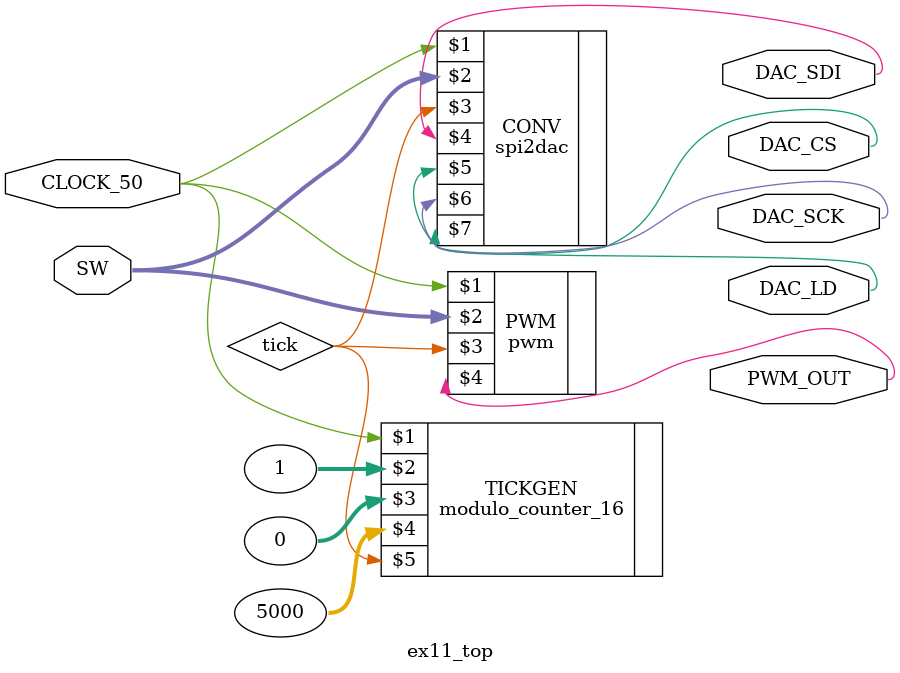
<source format=v>
/* Top level design entity for testing DAC
*  ex11_top.v
*/

//spi2dac (sysclk, data_in, load, dac_sdi, dac_cs, dac_sck, dac_ld);

module ex11_top(
	SW,
	CLOCK_50,
	DAC_CS, DAC_SDI, DAC_LD,DAC_SCK,
	PWM_OUT
);
	input [9:0] SW;
	input CLOCK_50;
	output DAC_CS, DAC_SDI, DAC_LD, DAC_SCK;
	output PWM_OUT;
	
	wire tick, CLOCK_50;
	wire [9:0] SW;
	
	modulo_counter_16 TICKGEN(CLOCK_50,1,0,5000,tick);

	spi2dac CONV (CLOCK_50, SW, tick, DAC_SDI, DAC_CS, DAC_SCK, DAC_LD); 
	
	pwm PWM(CLOCK_50,SW,tick,PWM_OUT);
	
endmodule

</source>
